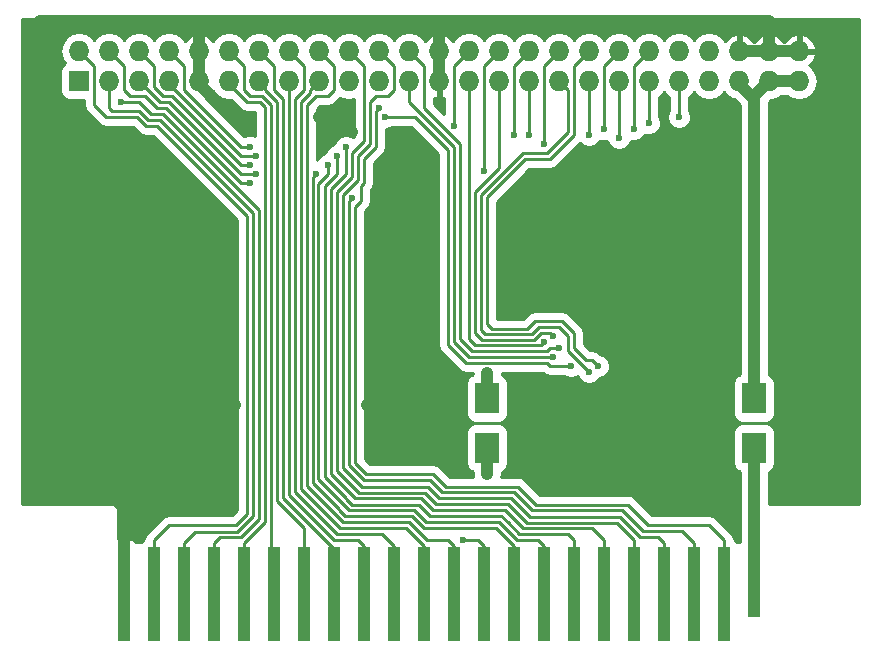
<source format=gbr>
G04 #@! TF.FileFunction,Copper,L1,Top,Signal*
%FSLAX46Y46*%
G04 Gerber Fmt 4.6, Leading zero omitted, Abs format (unit mm)*
G04 Created by KiCad (PCBNEW 4.0.7) date 05/21/18 15:56:52*
%MOMM*%
%LPD*%
G01*
G04 APERTURE LIST*
%ADD10C,0.100000*%
%ADD11R,2.030000X2.650000*%
%ADD12R,1.000000X6.000000*%
%ADD13R,1.000000X8.000000*%
%ADD14R,1.727200X1.727200*%
%ADD15O,1.727200X1.727200*%
%ADD16C,0.600000*%
%ADD17C,0.800000*%
%ADD18C,0.250000*%
%ADD19C,1.000000*%
%ADD20C,0.254000*%
G04 APERTURE END LIST*
D10*
D11*
X168148000Y-123894000D03*
X168148000Y-128074000D03*
X145542000Y-128074000D03*
X145542000Y-123894000D03*
D12*
X168148000Y-139446000D03*
D13*
X165608000Y-140462000D03*
X163068000Y-140462000D03*
X160528000Y-140462000D03*
X157988000Y-140462000D03*
X155448000Y-140462000D03*
X152908000Y-140462000D03*
X150368000Y-140462000D03*
X147828000Y-140462000D03*
X145288000Y-140462000D03*
X142748000Y-140462000D03*
X140208000Y-140462000D03*
X137668000Y-140462000D03*
X135128000Y-140462000D03*
X132588000Y-140462000D03*
X130048000Y-140462000D03*
X127508000Y-140462000D03*
X124968000Y-140462000D03*
X122428000Y-140462000D03*
X119888000Y-140462000D03*
X117348000Y-140462000D03*
X114808000Y-140462000D03*
D14*
X110998000Y-97028000D03*
D15*
X110998000Y-94488000D03*
X113538000Y-97028000D03*
X113538000Y-94488000D03*
X116078000Y-97028000D03*
X116078000Y-94488000D03*
X118618000Y-97028000D03*
X118618000Y-94488000D03*
X121158000Y-97028000D03*
X121158000Y-94488000D03*
X123698000Y-97028000D03*
X123698000Y-94488000D03*
X126238000Y-97028000D03*
X126238000Y-94488000D03*
X128778000Y-97028000D03*
X128778000Y-94488000D03*
X131318000Y-97028000D03*
X131318000Y-94488000D03*
X133858000Y-97028000D03*
X133858000Y-94488000D03*
X136398000Y-97028000D03*
X136398000Y-94488000D03*
X138938000Y-97028000D03*
X138938000Y-94488000D03*
X141478000Y-97028000D03*
X141478000Y-94488000D03*
X144018000Y-97028000D03*
X144018000Y-94488000D03*
X146558000Y-97028000D03*
X146558000Y-94488000D03*
X149098000Y-97028000D03*
X149098000Y-94488000D03*
X151638000Y-97028000D03*
X151638000Y-94488000D03*
X154178000Y-97028000D03*
X154178000Y-94488000D03*
X156718000Y-97028000D03*
X156718000Y-94488000D03*
X159258000Y-97028000D03*
X159258000Y-94488000D03*
X161798000Y-97028000D03*
X161798000Y-94488000D03*
X164338000Y-97028000D03*
X164338000Y-94488000D03*
X166878000Y-97028000D03*
X166878000Y-94488000D03*
X169418000Y-97028000D03*
X169418000Y-94488000D03*
X171958000Y-97028000D03*
X171958000Y-94488000D03*
D16*
X114554000Y-98806000D03*
X131064000Y-104902000D03*
X125984000Y-104902000D03*
X132080000Y-104140000D03*
X125476000Y-104140000D03*
X132842000Y-103378000D03*
X125984000Y-103378000D03*
X133604000Y-102616000D03*
X125476000Y-102616000D03*
X134112000Y-101346000D03*
X131318000Y-100076000D03*
X123698000Y-99822000D03*
X149860000Y-130810000D03*
X155194000Y-130810000D03*
X138430000Y-102108000D03*
X135382000Y-124460000D03*
X124206000Y-124460000D03*
D17*
X114046000Y-132080000D03*
D16*
X136906000Y-100076000D03*
X152654000Y-121158000D03*
X136398000Y-99314000D03*
X151130000Y-120396000D03*
X151638000Y-119634000D03*
X150368000Y-119126000D03*
X142748000Y-100838000D03*
X151130000Y-118618000D03*
X145288000Y-104648000D03*
X149098000Y-101600000D03*
X147828000Y-101600000D03*
X154178000Y-121666000D03*
X150368000Y-102362000D03*
X154178000Y-101600000D03*
X154940000Y-121158000D03*
X156718000Y-101854000D03*
X155448000Y-101092000D03*
X159258000Y-100584000D03*
X157988000Y-101092000D03*
X143510000Y-135890000D03*
X161798000Y-100076000D03*
D17*
X145542000Y-121729002D03*
X168148000Y-132080000D03*
X145542000Y-130302000D03*
D16*
X125476000Y-105664000D03*
X134112000Y-106934000D03*
D18*
X124968000Y-106680000D02*
X126238000Y-107950000D01*
X126238000Y-107950000D02*
X126238000Y-109220000D01*
X124714000Y-106426000D02*
X124968000Y-106680000D01*
X122428000Y-140462000D02*
X122428000Y-136144000D01*
X124714000Y-135636000D02*
X126238000Y-134112000D01*
X126238000Y-134112000D02*
X126238000Y-109220000D01*
X123190000Y-135636000D02*
X124714000Y-135636000D01*
X122936000Y-135636000D02*
X123190000Y-135636000D01*
X122428000Y-136144000D02*
X122936000Y-135636000D01*
X120142000Y-101854000D02*
X118110000Y-99822000D01*
X118110000Y-99822000D02*
X117094000Y-99822000D01*
X124714000Y-106426000D02*
X120142000Y-101854000D01*
X116078000Y-98806000D02*
X114554000Y-98806000D01*
X117094000Y-99822000D02*
X116078000Y-98806000D01*
X124333000Y-107569000D02*
X125222000Y-108458000D01*
X125222000Y-108458000D02*
X125222000Y-109220000D01*
X124206000Y-107442000D02*
X124333000Y-107569000D01*
X116840000Y-100838000D02*
X116643998Y-100838000D01*
X116643998Y-100838000D02*
X115881998Y-100076000D01*
X115881998Y-100076000D02*
X113284000Y-100076000D01*
X113284000Y-100076000D02*
X112268000Y-99060000D01*
X112268000Y-99060000D02*
X112268000Y-95758000D01*
X112268000Y-95758000D02*
X110998000Y-94488000D01*
X117602000Y-100838000D02*
X116840000Y-100838000D01*
X124206000Y-107442000D02*
X117602000Y-100838000D01*
X117348000Y-135890000D02*
X118618000Y-134620000D01*
X125222000Y-108654002D02*
X125222000Y-108654002D01*
X125222000Y-133661998D02*
X125222000Y-109220000D01*
X125222000Y-109220000D02*
X125222000Y-108654002D01*
X124263998Y-134620000D02*
X125222000Y-133661998D01*
X118618000Y-134620000D02*
X124263998Y-134620000D01*
X117348000Y-140462000D02*
X117348000Y-135890000D01*
X124460000Y-106934000D02*
X125730000Y-108204000D01*
X124460000Y-106934000D02*
X117856000Y-100330000D01*
X117856000Y-100330000D02*
X117602000Y-100330000D01*
X125730000Y-108458000D02*
X125730000Y-108204000D01*
X119888000Y-136144000D02*
X120846002Y-135185998D01*
X125730000Y-133858000D02*
X125730000Y-108458000D01*
X124402002Y-135185998D02*
X125730000Y-133858000D01*
X120846002Y-135185998D02*
X124402002Y-135185998D01*
X119888000Y-140462000D02*
X119888000Y-136144000D01*
X116840000Y-100330000D02*
X116078000Y-99568000D01*
X116078000Y-99568000D02*
X113792000Y-99568000D01*
X113792000Y-99568000D02*
X113538000Y-99314000D01*
X117602000Y-100330000D02*
X116840000Y-100330000D01*
X113538000Y-99314000D02*
X113538000Y-97028000D01*
X133038002Y-133350000D02*
X133038002Y-133292002D01*
X133038002Y-133292002D02*
X130810000Y-131064000D01*
X146812000Y-135382000D02*
X146304000Y-134874000D01*
X146304000Y-134874000D02*
X140208000Y-134874000D01*
X120650000Y-100838000D02*
X118618000Y-98806000D01*
X118618000Y-98806000D02*
X117856000Y-98806000D01*
X120904000Y-101092000D02*
X120650000Y-100838000D01*
X124968000Y-104902000D02*
X124714000Y-104902000D01*
X124714000Y-104902000D02*
X120904000Y-101092000D01*
X124996999Y-104902000D02*
X124968000Y-104902000D01*
X125984000Y-104902000D02*
X124996999Y-104902000D01*
X117856000Y-98806000D02*
X116078000Y-97028000D01*
X130810000Y-119380000D02*
X130810000Y-131064000D01*
X139192000Y-133858000D02*
X140208000Y-134874000D01*
X133546002Y-133858000D02*
X139192000Y-133858000D01*
X133038002Y-133350000D02*
X133546002Y-133858000D01*
X130810000Y-105156000D02*
X131064000Y-104902000D01*
X130810000Y-119380000D02*
X130810000Y-105156000D01*
X147828000Y-140462000D02*
X147828000Y-136398000D01*
X147828000Y-136398000D02*
X146812000Y-135382000D01*
X133350000Y-132842000D02*
X131260002Y-130752002D01*
X147066000Y-134874000D02*
X146558000Y-134366000D01*
X146558000Y-134366000D02*
X140404002Y-134366000D01*
X120904000Y-100330000D02*
X118872000Y-98298000D01*
X118872000Y-98298000D02*
X118618000Y-98298000D01*
X124968000Y-104140000D02*
X124714000Y-104140000D01*
X124714000Y-104140000D02*
X120904000Y-100330000D01*
X125476000Y-104140000D02*
X124968000Y-104140000D01*
X118618000Y-98298000D02*
X118110000Y-98298000D01*
X117348000Y-97536000D02*
X117348000Y-95758000D01*
X118110000Y-98298000D02*
X117348000Y-97536000D01*
X117348000Y-95758000D02*
X116078000Y-94488000D01*
X131260002Y-118814002D02*
X131260002Y-130752002D01*
X139388002Y-133350000D02*
X140404002Y-134366000D01*
X133858000Y-133350000D02*
X139388002Y-133350000D01*
X133350000Y-132842000D02*
X133858000Y-133350000D01*
X132080000Y-104902000D02*
X132080000Y-104140000D01*
X131260002Y-105721998D02*
X132080000Y-104902000D01*
X131260002Y-118814002D02*
X131260002Y-105721998D01*
X147066000Y-134874000D02*
X148082000Y-135890000D01*
X149860000Y-135890000D02*
X150368000Y-136398000D01*
X148082000Y-135890000D02*
X149860000Y-135890000D01*
X150368000Y-140462000D02*
X150368000Y-136398000D01*
X133604000Y-132391998D02*
X133604000Y-132334000D01*
X133604000Y-132334000D02*
X131826000Y-130556000D01*
X147291001Y-134394999D02*
X146754002Y-133858000D01*
X146754002Y-133858000D02*
X140716000Y-133858000D01*
X119634000Y-98298000D02*
X118618000Y-97282000D01*
X121158000Y-99822000D02*
X119634000Y-98298000D01*
X124996999Y-103378000D02*
X124714000Y-103378000D01*
X124714000Y-103378000D02*
X121158000Y-99822000D01*
X125984000Y-103378000D02*
X124996999Y-103378000D01*
X131826000Y-118364000D02*
X131826000Y-130556000D01*
X139757998Y-132899998D02*
X140716000Y-133858000D01*
X134112000Y-132899998D02*
X139757998Y-132899998D01*
X133604000Y-132391998D02*
X134112000Y-132899998D01*
X132842000Y-104902000D02*
X132842000Y-103378000D01*
X131826000Y-105918000D02*
X132842000Y-104902000D01*
X131826000Y-118364000D02*
X131826000Y-105918000D01*
X118618000Y-97282000D02*
X118618000Y-97028000D01*
X152400000Y-135382000D02*
X152908000Y-135890000D01*
X148278002Y-135382000D02*
X152400000Y-135382000D01*
X147291001Y-134394999D02*
X148278002Y-135382000D01*
X152908000Y-140462000D02*
X152908000Y-135890000D01*
X133858000Y-131826000D02*
X132334000Y-130302000D01*
X119888000Y-97790000D02*
X121412000Y-99314000D01*
X121666000Y-99568000D02*
X121412000Y-99314000D01*
X124968000Y-102616000D02*
X124714000Y-102616000D01*
X124714000Y-102616000D02*
X121666000Y-99568000D01*
X125476000Y-102616000D02*
X124968000Y-102616000D01*
X132334000Y-117602000D02*
X132334000Y-130302000D01*
X154432000Y-134874000D02*
X155448000Y-135890000D01*
X148590000Y-134874000D02*
X154432000Y-134874000D01*
X147066000Y-133350000D02*
X148590000Y-134874000D01*
X140970000Y-133350000D02*
X147066000Y-133350000D01*
X139954000Y-132334000D02*
X140970000Y-133350000D01*
X134366000Y-132334000D02*
X139954000Y-132334000D01*
X133858000Y-131826000D02*
X134366000Y-132334000D01*
X133604000Y-104902000D02*
X133604000Y-102616000D01*
X132334000Y-106172000D02*
X133604000Y-104902000D01*
X132334000Y-117602000D02*
X132334000Y-106172000D01*
X155448000Y-140462000D02*
X155448000Y-135890000D01*
X119888000Y-95758000D02*
X118618000Y-94488000D01*
X119888000Y-97790000D02*
X119888000Y-95758000D01*
D19*
X171958000Y-97028000D02*
X169418000Y-97028000D01*
X166878000Y-97028000D02*
X166878000Y-97282000D01*
X166878000Y-97282000D02*
X168148000Y-98552000D01*
X168148000Y-123894000D02*
X168148000Y-98552000D01*
X168148000Y-98552000D02*
X168148000Y-98298000D01*
X168148000Y-98298000D02*
X169418000Y-97028000D01*
X121158000Y-97028000D02*
X121158000Y-97282000D01*
X121158000Y-97282000D02*
X123698000Y-99822000D01*
X132842000Y-100076000D02*
X134112000Y-101346000D01*
X131318000Y-100076000D02*
X132842000Y-100076000D01*
X155194000Y-130810000D02*
X149860000Y-130810000D01*
X106680000Y-124460000D02*
X124206000Y-124460000D01*
X136398000Y-104140000D02*
X138430000Y-102108000D01*
X136398000Y-123444000D02*
X136398000Y-104140000D01*
X135382000Y-124460000D02*
X136398000Y-123444000D01*
X114808000Y-140462000D02*
X114808000Y-132842000D01*
X114808000Y-132842000D02*
X114046000Y-132080000D01*
X107442000Y-132080000D02*
X106680000Y-131318000D01*
X121158000Y-97028000D02*
X121158000Y-94488000D01*
X121158000Y-94488000D02*
X121158000Y-91948000D01*
X169418000Y-94488000D02*
X169418000Y-91948000D01*
X171958000Y-94488000D02*
X169418000Y-94488000D01*
X169418000Y-94488000D02*
X166878000Y-94488000D01*
X141478000Y-97028000D02*
X141478000Y-94488000D01*
X141478000Y-94488000D02*
X141478000Y-91948000D01*
X107696000Y-91948000D02*
X121158000Y-91948000D01*
X121158000Y-91948000D02*
X141478000Y-91948000D01*
X141478000Y-91948000D02*
X169418000Y-91948000D01*
X106680000Y-92964000D02*
X107696000Y-91948000D01*
X106680000Y-131318000D02*
X106680000Y-124460000D01*
X106680000Y-124460000D02*
X106680000Y-92964000D01*
X114046000Y-132080000D02*
X107442000Y-132080000D01*
X114808000Y-132842000D02*
X114046000Y-132080000D01*
D18*
X126746000Y-122428000D02*
X126746000Y-134366000D01*
X124968000Y-136144000D02*
X124968000Y-140462000D01*
X126746000Y-134366000D02*
X124968000Y-136144000D01*
X125222000Y-98806000D02*
X123698000Y-97282000D01*
X126295998Y-98806000D02*
X125222000Y-98806000D01*
X126746000Y-99256002D02*
X126295998Y-98806000D01*
X126746000Y-122428000D02*
X126746000Y-99256002D01*
X123698000Y-97282000D02*
X123698000Y-97028000D01*
X127254000Y-123190000D02*
X127254000Y-140208000D01*
X127254000Y-140208000D02*
X127508000Y-140462000D01*
X127254000Y-123190000D02*
X127254000Y-99060000D01*
X125476000Y-98298000D02*
X124968000Y-97790000D01*
X126492000Y-98298000D02*
X125476000Y-98298000D01*
X127254000Y-99060000D02*
X126492000Y-98298000D01*
X124968000Y-95758000D02*
X123698000Y-94488000D01*
X124968000Y-97790000D02*
X124968000Y-95758000D01*
X130048000Y-136398000D02*
X130048000Y-134874000D01*
X130048000Y-134874000D02*
X127762000Y-132588000D01*
X127762000Y-122682000D02*
X127762000Y-132588000D01*
X127762000Y-98806000D02*
X126746000Y-97790000D01*
X126746000Y-97790000D02*
X126746000Y-97536000D01*
X127762000Y-122682000D02*
X127762000Y-98806000D01*
X130048000Y-136398000D02*
X130048000Y-140462000D01*
X126746000Y-97536000D02*
X126238000Y-97028000D01*
X131826000Y-135890000D02*
X128270000Y-132334000D01*
X128270000Y-122174000D02*
X128270000Y-132334000D01*
X131826000Y-135890000D02*
X132588000Y-136652000D01*
X132588000Y-136652000D02*
X132588000Y-140462000D01*
X128270000Y-122174000D02*
X128270000Y-98552000D01*
X128270000Y-98552000D02*
X127508000Y-97790000D01*
X127508000Y-95758000D02*
X126238000Y-94488000D01*
X127508000Y-97790000D02*
X127508000Y-95758000D01*
X132080000Y-135383398D02*
X132080000Y-135382000D01*
X132080000Y-135382000D02*
X128778000Y-132080000D01*
X132080000Y-135383398D02*
X132081398Y-135383398D01*
X128778000Y-121666000D02*
X128778000Y-132080000D01*
X134620000Y-135890000D02*
X135128000Y-136398000D01*
X132588000Y-135890000D02*
X134620000Y-135890000D01*
X132081398Y-135383398D02*
X132588000Y-135890000D01*
X135128000Y-140462000D02*
X135128000Y-136398000D01*
X128778000Y-121666000D02*
X128778000Y-97028000D01*
X132334000Y-134874000D02*
X129286000Y-131826000D01*
X129286000Y-121158000D02*
X129286000Y-131826000D01*
X136652000Y-135382000D02*
X137668000Y-136398000D01*
X132842000Y-135382000D02*
X136652000Y-135382000D01*
X132334000Y-134874000D02*
X132842000Y-135382000D01*
X129286000Y-98552000D02*
X130048000Y-97790000D01*
X129286000Y-121158000D02*
X129286000Y-98552000D01*
X137668000Y-140462000D02*
X137668000Y-136398000D01*
X130048000Y-95758000D02*
X128778000Y-94488000D01*
X130048000Y-97790000D02*
X130048000Y-95758000D01*
X132588000Y-134366000D02*
X129794000Y-131572000D01*
X129794000Y-120650000D02*
X129794000Y-131572000D01*
X138684000Y-134874000D02*
X140208000Y-136398000D01*
X133096000Y-134874000D02*
X138684000Y-134874000D01*
X132588000Y-134366000D02*
X133096000Y-134874000D01*
X130556000Y-97790000D02*
X131318000Y-97028000D01*
X130556000Y-98044000D02*
X130556000Y-97790000D01*
X129794000Y-98806000D02*
X130556000Y-98044000D01*
X129794000Y-120650000D02*
X129794000Y-98806000D01*
X140208000Y-140462000D02*
X140208000Y-136398000D01*
X130302000Y-130302000D02*
X130302000Y-131318000D01*
X130302000Y-131318000D02*
X131318000Y-132334000D01*
X132842000Y-133858000D02*
X131318000Y-132334000D01*
X131318000Y-132334000D02*
X130302000Y-131318000D01*
X130302000Y-119888000D02*
X130302000Y-130302000D01*
X132080000Y-98298000D02*
X132588000Y-97790000D01*
X131064000Y-98298000D02*
X132080000Y-98298000D01*
X130302000Y-99060000D02*
X131064000Y-98298000D01*
X130302000Y-119888000D02*
X130302000Y-99060000D01*
X132588000Y-95758000D02*
X131318000Y-94488000D01*
X132588000Y-97790000D02*
X132588000Y-95758000D01*
X142240000Y-135890000D02*
X142748000Y-136398000D01*
X140462000Y-135890000D02*
X142240000Y-135890000D01*
X138938000Y-134366000D02*
X140462000Y-135890000D01*
X133350000Y-134366000D02*
X138938000Y-134366000D01*
X132842000Y-133858000D02*
X133350000Y-134366000D01*
X142748000Y-140462000D02*
X142748000Y-136398000D01*
X143764000Y-120904000D02*
X142240000Y-119380000D01*
X139446000Y-100076000D02*
X136906000Y-100076000D01*
X142240000Y-102870000D02*
X139446000Y-100076000D01*
X142240000Y-119380000D02*
X142240000Y-102870000D01*
X152654000Y-121158000D02*
X150876000Y-121158000D01*
X150876000Y-121158000D02*
X150622000Y-120904000D01*
X150622000Y-120904000D02*
X143764000Y-120904000D01*
X152654000Y-121158000D02*
X152654000Y-121158000D01*
X134112000Y-131318000D02*
X132842000Y-130048000D01*
X134112000Y-105156000D02*
X134112000Y-103124000D01*
X134112000Y-103124000D02*
X135128000Y-102108000D01*
X157988000Y-140462000D02*
X157988000Y-135890000D01*
X135128000Y-95758000D02*
X133858000Y-94488000D01*
X135128000Y-102108000D02*
X135128000Y-95758000D01*
X132842000Y-106426000D02*
X134112000Y-105156000D01*
X132842000Y-130048000D02*
X132842000Y-106426000D01*
X134677998Y-131883998D02*
X134112000Y-131318000D01*
X140265998Y-131883998D02*
X134677998Y-131883998D01*
X141224000Y-132842000D02*
X140265998Y-131883998D01*
X147320000Y-132842000D02*
X141224000Y-132842000D01*
X148901998Y-134423998D02*
X147320000Y-132842000D01*
X156521998Y-134423998D02*
X148901998Y-134423998D01*
X157988000Y-135890000D02*
X156521998Y-134423998D01*
X157480000Y-132899998D02*
X159200002Y-134620000D01*
X164338000Y-134620000D02*
X165608000Y-135890000D01*
X159200002Y-134620000D02*
X164338000Y-134620000D01*
X136144000Y-102616000D02*
X136144000Y-99568000D01*
X136144000Y-99568000D02*
X136398000Y-99314000D01*
X135128000Y-105664000D02*
X135128000Y-103632000D01*
X135128000Y-103632000D02*
X136144000Y-102616000D01*
X165608000Y-140462000D02*
X165608000Y-135890000D01*
X134874000Y-105918000D02*
X135128000Y-105664000D01*
X134874000Y-107188000D02*
X134874000Y-105918000D01*
X134366000Y-107696000D02*
X134874000Y-107188000D01*
X134366000Y-129343998D02*
X134366000Y-107696000D01*
X135324002Y-130302000D02*
X134366000Y-129343998D01*
X140970000Y-130302000D02*
X135324002Y-130302000D01*
X142043998Y-131375998D02*
X140970000Y-130302000D01*
X148139998Y-131375998D02*
X142043998Y-131375998D01*
X149663998Y-132899998D02*
X148139998Y-131375998D01*
X157480000Y-132899998D02*
X149663998Y-132899998D01*
X134366000Y-130810000D02*
X133350000Y-129794000D01*
X157226000Y-134366000D02*
X156833996Y-133973996D01*
X156833996Y-133973996D02*
X155956000Y-133973996D01*
X160020000Y-135636000D02*
X160528000Y-136144000D01*
X158496000Y-135636000D02*
X160020000Y-135636000D01*
X157226000Y-134366000D02*
X158496000Y-135636000D01*
X134620000Y-105410000D02*
X134620000Y-103378000D01*
X134620000Y-103378000D02*
X135636000Y-102362000D01*
X135636000Y-102362000D02*
X135636000Y-98806000D01*
X137160000Y-98298000D02*
X137668000Y-97790000D01*
X136144000Y-98298000D02*
X137160000Y-98298000D01*
X135636000Y-98806000D02*
X136144000Y-98298000D01*
X160528000Y-140462000D02*
X160528000Y-136144000D01*
X137668000Y-95758000D02*
X136398000Y-94488000D01*
X137668000Y-97790000D02*
X137668000Y-95758000D01*
X133350000Y-106680000D02*
X134620000Y-105410000D01*
X133350000Y-129794000D02*
X133350000Y-106680000D01*
X134936801Y-131380801D02*
X134366000Y-130810000D01*
X140524801Y-131380801D02*
X134936801Y-131380801D01*
X141478000Y-132334000D02*
X140524801Y-131380801D01*
X147574000Y-132334000D02*
X141478000Y-132334000D01*
X149213996Y-133973996D02*
X147574000Y-132334000D01*
X155956000Y-133973996D02*
X149213996Y-133973996D01*
X144018000Y-120396000D02*
X142748000Y-119126000D01*
X138938000Y-98806000D02*
X138938000Y-97028000D01*
X142748000Y-102616000D02*
X138938000Y-98806000D01*
X142748000Y-119126000D02*
X142748000Y-102616000D01*
X151130000Y-120396000D02*
X144018000Y-120396000D01*
X144272000Y-119888000D02*
X143256000Y-118872000D01*
X140208000Y-99314000D02*
X140208000Y-97536000D01*
X143256000Y-102362000D02*
X140208000Y-99314000D01*
X143256000Y-102616000D02*
X143256000Y-102362000D01*
X143256000Y-118872000D02*
X143256000Y-102616000D01*
X151130000Y-119634000D02*
X150876000Y-119634000D01*
X150876000Y-119634000D02*
X150622000Y-119888000D01*
X151638000Y-119634000D02*
X151384000Y-119634000D01*
X150622000Y-119888000D02*
X144272000Y-119888000D01*
X151384000Y-119634000D02*
X151130000Y-119634000D01*
X140208000Y-95758000D02*
X138938000Y-94488000D01*
X140208000Y-97536000D02*
X140208000Y-95758000D01*
X150368000Y-119126000D02*
X150114000Y-119380000D01*
X144018000Y-118872000D02*
X144018000Y-117856000D01*
X144526000Y-119380000D02*
X144018000Y-118872000D01*
X150114000Y-119380000D02*
X144526000Y-119380000D01*
X144018000Y-117856000D02*
X144018000Y-97028000D01*
X142748000Y-95758000D02*
X144018000Y-94488000D01*
X142748000Y-100838000D02*
X142748000Y-95758000D01*
X150876000Y-118364000D02*
X150622000Y-118364000D01*
X151130000Y-118618000D02*
X150876000Y-118364000D01*
X144526000Y-117856000D02*
X144526000Y-118364000D01*
X149548002Y-118929998D02*
X150114000Y-118364000D01*
X145091998Y-118929998D02*
X149548002Y-118929998D01*
X144526000Y-118364000D02*
X145091998Y-118929998D01*
X150622000Y-118364000D02*
X150114000Y-118364000D01*
X146558000Y-104394000D02*
X144526000Y-106426000D01*
X146558000Y-104394000D02*
X146558000Y-97028000D01*
X144526000Y-117856000D02*
X144526000Y-106426000D01*
X145288000Y-104648000D02*
X145288000Y-103632000D01*
X145288000Y-95758000D02*
X146558000Y-94488000D01*
X145288000Y-103632000D02*
X145288000Y-95758000D01*
X149098000Y-101600000D02*
X149098000Y-97028000D01*
X147828000Y-95758000D02*
X149098000Y-94488000D01*
X147828000Y-101600000D02*
X147828000Y-95758000D01*
X154178000Y-121666000D02*
X153670000Y-121158000D01*
X152400000Y-118618000D02*
X151638000Y-117856000D01*
X152400000Y-101346000D02*
X152400000Y-97790000D01*
X152400000Y-97790000D02*
X151638000Y-97028000D01*
X152400000Y-119888000D02*
X153670000Y-121158000D01*
X152400000Y-118618000D02*
X152400000Y-119888000D01*
X151638000Y-117856000D02*
X149975996Y-117856000D01*
X149975996Y-117856000D02*
X149352000Y-118479996D01*
X149352000Y-118479996D02*
X145403996Y-118479996D01*
X145403996Y-118479996D02*
X145034000Y-118110000D01*
X145034000Y-118110000D02*
X145034000Y-106680000D01*
X145034000Y-106680000D02*
X148590000Y-103124000D01*
X148590000Y-103124000D02*
X150622000Y-103124000D01*
X150622000Y-103124000D02*
X152400000Y-101346000D01*
X150368000Y-95758000D02*
X151638000Y-94488000D01*
X150368000Y-102362000D02*
X150368000Y-95758000D01*
X154178000Y-101600000D02*
X154178000Y-97028000D01*
X154940000Y-121158000D02*
X154432000Y-120650000D01*
X152908000Y-118364000D02*
X151892000Y-117348000D01*
X150876000Y-103632000D02*
X152908000Y-101600000D01*
X148786002Y-103632000D02*
X150876000Y-103632000D01*
X145542000Y-106876002D02*
X148786002Y-103632000D01*
X145542000Y-117602000D02*
X145542000Y-106876002D01*
X145969994Y-118029994D02*
X145542000Y-117602000D01*
X148924006Y-118029994D02*
X145969994Y-118029994D01*
X149606000Y-117348000D02*
X148924006Y-118029994D01*
X149860000Y-117348000D02*
X149606000Y-117348000D01*
X151892000Y-117348000D02*
X149860000Y-117348000D01*
X152908000Y-118364000D02*
X152908000Y-119634000D01*
X153924000Y-120650000D02*
X154432000Y-120650000D01*
X152908000Y-119634000D02*
X153924000Y-120650000D01*
X152908000Y-95758000D02*
X154178000Y-94488000D01*
X152908000Y-101600000D02*
X152908000Y-95758000D01*
X156718000Y-101854000D02*
X156718000Y-97028000D01*
X155448000Y-95758000D02*
X156718000Y-94488000D01*
X155448000Y-101092000D02*
X155448000Y-95758000D01*
X159258000Y-100584000D02*
X159258000Y-97028000D01*
X145288000Y-140462000D02*
X145288000Y-136398000D01*
X157988000Y-95758000D02*
X159258000Y-94488000D01*
X157988000Y-101092000D02*
X157988000Y-95758000D01*
X144780000Y-135890000D02*
X143510000Y-135890000D01*
X145288000Y-136398000D02*
X144780000Y-135890000D01*
X161798000Y-100076000D02*
X161798000Y-97028000D01*
D19*
X145542000Y-123894000D02*
X145542000Y-121729002D01*
X168148000Y-139446000D02*
X168148000Y-132080000D01*
X168148000Y-132080000D02*
X168148000Y-128074000D01*
X145542000Y-130302000D02*
X145542000Y-128074000D01*
D18*
X124714000Y-105664000D02*
X124460000Y-105410000D01*
X125476000Y-105664000D02*
X124714000Y-105664000D01*
X156972000Y-133350000D02*
X158750000Y-135128000D01*
X162052000Y-135128000D02*
X163068000Y-136144000D01*
X158750000Y-135128000D02*
X162052000Y-135128000D01*
X120396000Y-101346000D02*
X118364000Y-99314000D01*
X118364000Y-99314000D02*
X117602000Y-99314000D01*
X120650000Y-101600000D02*
X120396000Y-101346000D01*
X124460000Y-105410000D02*
X120650000Y-101600000D01*
X163068000Y-140462000D02*
X163068000Y-136144000D01*
X114808000Y-95758000D02*
X113538000Y-94488000D01*
X114808000Y-97790000D02*
X114808000Y-95758000D01*
X115316000Y-98298000D02*
X114808000Y-97790000D01*
X116586000Y-98298000D02*
X115316000Y-98298000D01*
X117602000Y-99314000D02*
X116586000Y-98298000D01*
X133858000Y-107188000D02*
X134112000Y-106934000D01*
X133858000Y-129540000D02*
X133858000Y-107188000D01*
X135128000Y-130810000D02*
X133858000Y-129540000D01*
X140716000Y-130810000D02*
X135128000Y-130810000D01*
X141732000Y-131826000D02*
X140716000Y-130810000D01*
X147828000Y-131826000D02*
X141732000Y-131826000D01*
X149352000Y-133350000D02*
X147828000Y-131826000D01*
X156972000Y-133350000D02*
X149352000Y-133350000D01*
D20*
G36*
X176998000Y-132802000D02*
X169418000Y-132802000D01*
X169375000Y-132810553D01*
X169375000Y-130100351D01*
X169432410Y-130089549D01*
X169679846Y-129930328D01*
X169845843Y-129687385D01*
X169904242Y-129399000D01*
X169904242Y-126749000D01*
X169853549Y-126479590D01*
X169694328Y-126232154D01*
X169451385Y-126066157D01*
X169163000Y-126007758D01*
X167133000Y-126007758D01*
X166863590Y-126058451D01*
X166616154Y-126217672D01*
X166450157Y-126460615D01*
X166391758Y-126749000D01*
X166391758Y-129399000D01*
X166442451Y-129668410D01*
X166601672Y-129915846D01*
X166844615Y-130081843D01*
X166921000Y-130097311D01*
X166921000Y-136017000D01*
X166685560Y-136017000D01*
X166639328Y-135945154D01*
X166444490Y-135812026D01*
X166395145Y-135563954D01*
X166210455Y-135287545D01*
X164940455Y-134017545D01*
X164664046Y-133832855D01*
X164338000Y-133768000D01*
X159552912Y-133768000D01*
X158082455Y-132297543D01*
X157806046Y-132112853D01*
X157480000Y-132047998D01*
X150016908Y-132047998D01*
X148742453Y-130773543D01*
X148466044Y-130588853D01*
X148139998Y-130523998D01*
X146724842Y-130523998D01*
X146769000Y-130302000D01*
X146769000Y-130100351D01*
X146826410Y-130089549D01*
X147073846Y-129930328D01*
X147239843Y-129687385D01*
X147298242Y-129399000D01*
X147298242Y-126749000D01*
X147247549Y-126479590D01*
X147088328Y-126232154D01*
X146845385Y-126066157D01*
X146557000Y-126007758D01*
X144527000Y-126007758D01*
X144257590Y-126058451D01*
X144010154Y-126217672D01*
X143844157Y-126460615D01*
X143785758Y-126749000D01*
X143785758Y-129399000D01*
X143836451Y-129668410D01*
X143995672Y-129915846D01*
X144238615Y-130081843D01*
X144315000Y-130097311D01*
X144315000Y-130302000D01*
X144359158Y-130523998D01*
X142396908Y-130523998D01*
X141572455Y-129699545D01*
X141296046Y-129514855D01*
X140970000Y-129450000D01*
X135676912Y-129450000D01*
X135218000Y-128991088D01*
X135218000Y-108048910D01*
X135476455Y-107790455D01*
X135661145Y-107514047D01*
X135726000Y-107188000D01*
X135726000Y-106270910D01*
X135730455Y-106266455D01*
X135915145Y-105990046D01*
X135980000Y-105664000D01*
X135980000Y-103984910D01*
X136746455Y-103218455D01*
X136931145Y-102942046D01*
X136996000Y-102616000D01*
X136996000Y-101103079D01*
X137109387Y-101103178D01*
X137486989Y-100947156D01*
X137506178Y-100928000D01*
X139093090Y-100928000D01*
X141388000Y-103222910D01*
X141388000Y-119380000D01*
X141452855Y-119706046D01*
X141637545Y-119982455D01*
X143161545Y-121506455D01*
X143437953Y-121691145D01*
X143764000Y-121756000D01*
X144315000Y-121756000D01*
X144315000Y-121867649D01*
X144257590Y-121878451D01*
X144010154Y-122037672D01*
X143844157Y-122280615D01*
X143785758Y-122569000D01*
X143785758Y-125219000D01*
X143836451Y-125488410D01*
X143995672Y-125735846D01*
X144238615Y-125901843D01*
X144527000Y-125960242D01*
X146557000Y-125960242D01*
X146826410Y-125909549D01*
X147073846Y-125750328D01*
X147239843Y-125507385D01*
X147298242Y-125219000D01*
X147298242Y-122569000D01*
X147247549Y-122299590D01*
X147088328Y-122052154D01*
X146845385Y-121886157D01*
X146769000Y-121870689D01*
X146769000Y-121756000D01*
X150269090Y-121756000D01*
X150273545Y-121760455D01*
X150549954Y-121945145D01*
X150876000Y-122010000D01*
X152053384Y-122010000D01*
X152071492Y-122028140D01*
X152448821Y-122184821D01*
X152857387Y-122185178D01*
X153219484Y-122035562D01*
X153306844Y-122246989D01*
X153595492Y-122536140D01*
X153972821Y-122692821D01*
X154381387Y-122693178D01*
X154758989Y-122537156D01*
X155048140Y-122248508D01*
X155074462Y-122185118D01*
X155143387Y-122185178D01*
X155520989Y-122029156D01*
X155810140Y-121740508D01*
X155966821Y-121363179D01*
X155967178Y-120954613D01*
X155811156Y-120577011D01*
X155522508Y-120287860D01*
X155145179Y-120131179D01*
X155118065Y-120131155D01*
X155034455Y-120047545D01*
X154758046Y-119862855D01*
X154432000Y-119798000D01*
X154276910Y-119798000D01*
X153760000Y-119281090D01*
X153760000Y-118364000D01*
X153695145Y-118037954D01*
X153510455Y-117761545D01*
X152494455Y-116745545D01*
X152218046Y-116560855D01*
X151892000Y-116496000D01*
X149606000Y-116496000D01*
X149279954Y-116560855D01*
X149003545Y-116745545D01*
X148571096Y-117177994D01*
X146394000Y-117177994D01*
X146394000Y-107228912D01*
X149138912Y-104484000D01*
X150876000Y-104484000D01*
X151202046Y-104419145D01*
X151478455Y-104234455D01*
X153419285Y-102293625D01*
X153595492Y-102470140D01*
X153972821Y-102626821D01*
X154381387Y-102627178D01*
X154758989Y-102471156D01*
X155048140Y-102182508D01*
X155099327Y-102059237D01*
X155242821Y-102118821D01*
X155651387Y-102119178D01*
X155706879Y-102096249D01*
X155846844Y-102434989D01*
X156135492Y-102724140D01*
X156512821Y-102880821D01*
X156921387Y-102881178D01*
X157298989Y-102725156D01*
X157588140Y-102436508D01*
X157729286Y-102096591D01*
X157782821Y-102118821D01*
X158191387Y-102119178D01*
X158568989Y-101963156D01*
X158858140Y-101674508D01*
X158909327Y-101551237D01*
X159052821Y-101610821D01*
X159461387Y-101611178D01*
X159838989Y-101455156D01*
X160128140Y-101166508D01*
X160284821Y-100789179D01*
X160285178Y-100380613D01*
X160129156Y-100003011D01*
X160110000Y-99983822D01*
X160110000Y-98366114D01*
X160382724Y-98183886D01*
X160528000Y-97966465D01*
X160673276Y-98183886D01*
X160946000Y-98366114D01*
X160946000Y-99475384D01*
X160927860Y-99493492D01*
X160771179Y-99870821D01*
X160770822Y-100279387D01*
X160926844Y-100656989D01*
X161215492Y-100946140D01*
X161592821Y-101102821D01*
X162001387Y-101103178D01*
X162378989Y-100947156D01*
X162668140Y-100658508D01*
X162824821Y-100281179D01*
X162825178Y-99872613D01*
X162669156Y-99495011D01*
X162650000Y-99475822D01*
X162650000Y-98366114D01*
X162922724Y-98183886D01*
X163068000Y-97966465D01*
X163213276Y-98183886D01*
X163729304Y-98528685D01*
X164338000Y-98649762D01*
X164946696Y-98528685D01*
X165462724Y-98183886D01*
X165608000Y-97966465D01*
X165753276Y-98183886D01*
X166269304Y-98528685D01*
X166419276Y-98558516D01*
X166921000Y-99060240D01*
X166921000Y-121867649D01*
X166863590Y-121878451D01*
X166616154Y-122037672D01*
X166450157Y-122280615D01*
X166391758Y-122569000D01*
X166391758Y-125219000D01*
X166442451Y-125488410D01*
X166601672Y-125735846D01*
X166844615Y-125901843D01*
X167133000Y-125960242D01*
X169163000Y-125960242D01*
X169432410Y-125909549D01*
X169679846Y-125750328D01*
X169845843Y-125507385D01*
X169904242Y-125219000D01*
X169904242Y-122569000D01*
X169853549Y-122299590D01*
X169694328Y-122052154D01*
X169451385Y-121886157D01*
X169375000Y-121870689D01*
X169375000Y-98806240D01*
X169559655Y-98621585D01*
X170026696Y-98528685D01*
X170436294Y-98255000D01*
X170939706Y-98255000D01*
X171349304Y-98528685D01*
X171958000Y-98649762D01*
X172566696Y-98528685D01*
X173082724Y-98183886D01*
X173427523Y-97667858D01*
X173548600Y-97059162D01*
X173548600Y-96996838D01*
X173427523Y-96388142D01*
X173082724Y-95872114D01*
X172816624Y-95694311D01*
X173164821Y-95376490D01*
X173412968Y-94847027D01*
X173292469Y-94615000D01*
X172085000Y-94615000D01*
X172085000Y-94635000D01*
X171831000Y-94635000D01*
X171831000Y-94615000D01*
X169545000Y-94615000D01*
X169545000Y-94635000D01*
X169291000Y-94635000D01*
X169291000Y-94615000D01*
X167005000Y-94615000D01*
X167005000Y-94635000D01*
X166751000Y-94635000D01*
X166751000Y-94615000D01*
X166731000Y-94615000D01*
X166731000Y-94361000D01*
X166751000Y-94361000D01*
X166751000Y-93154183D01*
X167005000Y-93154183D01*
X167005000Y-94361000D01*
X169291000Y-94361000D01*
X169291000Y-93154183D01*
X169545000Y-93154183D01*
X169545000Y-94361000D01*
X171831000Y-94361000D01*
X171831000Y-93154183D01*
X172085000Y-93154183D01*
X172085000Y-94361000D01*
X173292469Y-94361000D01*
X173412968Y-94128973D01*
X173164821Y-93599510D01*
X172732947Y-93205312D01*
X172317026Y-93033042D01*
X172085000Y-93154183D01*
X171831000Y-93154183D01*
X171598974Y-93033042D01*
X171183053Y-93205312D01*
X170751179Y-93599510D01*
X170688000Y-93734313D01*
X170624821Y-93599510D01*
X170192947Y-93205312D01*
X169777026Y-93033042D01*
X169545000Y-93154183D01*
X169291000Y-93154183D01*
X169058974Y-93033042D01*
X168643053Y-93205312D01*
X168211179Y-93599510D01*
X168148000Y-93734313D01*
X168084821Y-93599510D01*
X167652947Y-93205312D01*
X167237026Y-93033042D01*
X167005000Y-93154183D01*
X166751000Y-93154183D01*
X166518974Y-93033042D01*
X166103053Y-93205312D01*
X165671179Y-93599510D01*
X165658899Y-93625711D01*
X165462724Y-93332114D01*
X164946696Y-92987315D01*
X164338000Y-92866238D01*
X163729304Y-92987315D01*
X163213276Y-93332114D01*
X163068000Y-93549535D01*
X162922724Y-93332114D01*
X162406696Y-92987315D01*
X161798000Y-92866238D01*
X161189304Y-92987315D01*
X160673276Y-93332114D01*
X160528000Y-93549535D01*
X160382724Y-93332114D01*
X159866696Y-92987315D01*
X159258000Y-92866238D01*
X158649304Y-92987315D01*
X158133276Y-93332114D01*
X157988000Y-93549535D01*
X157842724Y-93332114D01*
X157326696Y-92987315D01*
X156718000Y-92866238D01*
X156109304Y-92987315D01*
X155593276Y-93332114D01*
X155448000Y-93549535D01*
X155302724Y-93332114D01*
X154786696Y-92987315D01*
X154178000Y-92866238D01*
X153569304Y-92987315D01*
X153053276Y-93332114D01*
X152908000Y-93549535D01*
X152762724Y-93332114D01*
X152246696Y-92987315D01*
X151638000Y-92866238D01*
X151029304Y-92987315D01*
X150513276Y-93332114D01*
X150368000Y-93549535D01*
X150222724Y-93332114D01*
X149706696Y-92987315D01*
X149098000Y-92866238D01*
X148489304Y-92987315D01*
X147973276Y-93332114D01*
X147828000Y-93549535D01*
X147682724Y-93332114D01*
X147166696Y-92987315D01*
X146558000Y-92866238D01*
X145949304Y-92987315D01*
X145433276Y-93332114D01*
X145288000Y-93549535D01*
X145142724Y-93332114D01*
X144626696Y-92987315D01*
X144018000Y-92866238D01*
X143409304Y-92987315D01*
X142893276Y-93332114D01*
X142697101Y-93625711D01*
X142684821Y-93599510D01*
X142252947Y-93205312D01*
X141837026Y-93033042D01*
X141605000Y-93154183D01*
X141605000Y-94361000D01*
X141625000Y-94361000D01*
X141625000Y-94615000D01*
X141605000Y-94615000D01*
X141605000Y-96901000D01*
X141625000Y-96901000D01*
X141625000Y-97155000D01*
X141605000Y-97155000D01*
X141605000Y-98361817D01*
X141837026Y-98482958D01*
X141896000Y-98458532D01*
X141896000Y-99797090D01*
X141060000Y-98961090D01*
X141060000Y-98458532D01*
X141118974Y-98482958D01*
X141351000Y-98361817D01*
X141351000Y-97155000D01*
X141331000Y-97155000D01*
X141331000Y-96901000D01*
X141351000Y-96901000D01*
X141351000Y-94615000D01*
X141331000Y-94615000D01*
X141331000Y-94361000D01*
X141351000Y-94361000D01*
X141351000Y-93154183D01*
X141118974Y-93033042D01*
X140703053Y-93205312D01*
X140271179Y-93599510D01*
X140258899Y-93625711D01*
X140062724Y-93332114D01*
X139546696Y-92987315D01*
X138938000Y-92866238D01*
X138329304Y-92987315D01*
X137813276Y-93332114D01*
X137668000Y-93549535D01*
X137522724Y-93332114D01*
X137006696Y-92987315D01*
X136398000Y-92866238D01*
X135789304Y-92987315D01*
X135273276Y-93332114D01*
X135128000Y-93549535D01*
X134982724Y-93332114D01*
X134466696Y-92987315D01*
X133858000Y-92866238D01*
X133249304Y-92987315D01*
X132733276Y-93332114D01*
X132588000Y-93549535D01*
X132442724Y-93332114D01*
X131926696Y-92987315D01*
X131318000Y-92866238D01*
X130709304Y-92987315D01*
X130193276Y-93332114D01*
X130048000Y-93549535D01*
X129902724Y-93332114D01*
X129386696Y-92987315D01*
X128778000Y-92866238D01*
X128169304Y-92987315D01*
X127653276Y-93332114D01*
X127508000Y-93549535D01*
X127362724Y-93332114D01*
X126846696Y-92987315D01*
X126238000Y-92866238D01*
X125629304Y-92987315D01*
X125113276Y-93332114D01*
X124968000Y-93549535D01*
X124822724Y-93332114D01*
X124306696Y-92987315D01*
X123698000Y-92866238D01*
X123089304Y-92987315D01*
X122573276Y-93332114D01*
X122377101Y-93625711D01*
X122364821Y-93599510D01*
X121932947Y-93205312D01*
X121517026Y-93033042D01*
X121285000Y-93154183D01*
X121285000Y-94361000D01*
X121305000Y-94361000D01*
X121305000Y-94615000D01*
X121285000Y-94615000D01*
X121285000Y-96901000D01*
X121305000Y-96901000D01*
X121305000Y-97155000D01*
X121285000Y-97155000D01*
X121285000Y-97175000D01*
X121031000Y-97175000D01*
X121031000Y-97155000D01*
X121011000Y-97155000D01*
X121011000Y-96901000D01*
X121031000Y-96901000D01*
X121031000Y-94615000D01*
X121011000Y-94615000D01*
X121011000Y-94361000D01*
X121031000Y-94361000D01*
X121031000Y-93154183D01*
X120798974Y-93033042D01*
X120383053Y-93205312D01*
X119951179Y-93599510D01*
X119938899Y-93625711D01*
X119742724Y-93332114D01*
X119226696Y-92987315D01*
X118618000Y-92866238D01*
X118009304Y-92987315D01*
X117493276Y-93332114D01*
X117348000Y-93549535D01*
X117202724Y-93332114D01*
X116686696Y-92987315D01*
X116078000Y-92866238D01*
X115469304Y-92987315D01*
X114953276Y-93332114D01*
X114808000Y-93549535D01*
X114662724Y-93332114D01*
X114146696Y-92987315D01*
X113538000Y-92866238D01*
X112929304Y-92987315D01*
X112413276Y-93332114D01*
X112268000Y-93549535D01*
X112122724Y-93332114D01*
X111606696Y-92987315D01*
X110998000Y-92866238D01*
X110389304Y-92987315D01*
X109873276Y-93332114D01*
X109528477Y-93848142D01*
X109407400Y-94456838D01*
X109407400Y-94519162D01*
X109528477Y-95127858D01*
X109791332Y-95521249D01*
X109617554Y-95633072D01*
X109451557Y-95876015D01*
X109393158Y-96164400D01*
X109393158Y-97891600D01*
X109443851Y-98161010D01*
X109603072Y-98408446D01*
X109846015Y-98574443D01*
X110134400Y-98632842D01*
X111416000Y-98632842D01*
X111416000Y-99060000D01*
X111480855Y-99386046D01*
X111665545Y-99662455D01*
X112681545Y-100678455D01*
X112957954Y-100863145D01*
X113284000Y-100928000D01*
X115529088Y-100928000D01*
X116041543Y-101440455D01*
X116317952Y-101625145D01*
X116643998Y-101690000D01*
X117249090Y-101690000D01*
X124370000Y-108810910D01*
X124370000Y-133309088D01*
X123911088Y-133768000D01*
X118618000Y-133768000D01*
X118291954Y-133832855D01*
X118015545Y-134017545D01*
X116745545Y-135287545D01*
X116560855Y-135563954D01*
X116510919Y-135814996D01*
X116331154Y-135930672D01*
X116272168Y-136017000D01*
X115761026Y-136017000D01*
X115667698Y-135923673D01*
X115434309Y-135827000D01*
X115093750Y-135827000D01*
X114935000Y-135985750D01*
X114935000Y-136017000D01*
X114681000Y-136017000D01*
X114681000Y-135985750D01*
X114522250Y-135827000D01*
X114340000Y-135827000D01*
X114340000Y-133604000D01*
X114278951Y-133297088D01*
X114105100Y-133036900D01*
X113844912Y-132863049D01*
X113538000Y-132802000D01*
X106212000Y-132802000D01*
X106212000Y-91734000D01*
X176998000Y-91734000D01*
X176998000Y-132802000D01*
X176998000Y-132802000D01*
G37*
X176998000Y-132802000D02*
X169418000Y-132802000D01*
X169375000Y-132810553D01*
X169375000Y-130100351D01*
X169432410Y-130089549D01*
X169679846Y-129930328D01*
X169845843Y-129687385D01*
X169904242Y-129399000D01*
X169904242Y-126749000D01*
X169853549Y-126479590D01*
X169694328Y-126232154D01*
X169451385Y-126066157D01*
X169163000Y-126007758D01*
X167133000Y-126007758D01*
X166863590Y-126058451D01*
X166616154Y-126217672D01*
X166450157Y-126460615D01*
X166391758Y-126749000D01*
X166391758Y-129399000D01*
X166442451Y-129668410D01*
X166601672Y-129915846D01*
X166844615Y-130081843D01*
X166921000Y-130097311D01*
X166921000Y-136017000D01*
X166685560Y-136017000D01*
X166639328Y-135945154D01*
X166444490Y-135812026D01*
X166395145Y-135563954D01*
X166210455Y-135287545D01*
X164940455Y-134017545D01*
X164664046Y-133832855D01*
X164338000Y-133768000D01*
X159552912Y-133768000D01*
X158082455Y-132297543D01*
X157806046Y-132112853D01*
X157480000Y-132047998D01*
X150016908Y-132047998D01*
X148742453Y-130773543D01*
X148466044Y-130588853D01*
X148139998Y-130523998D01*
X146724842Y-130523998D01*
X146769000Y-130302000D01*
X146769000Y-130100351D01*
X146826410Y-130089549D01*
X147073846Y-129930328D01*
X147239843Y-129687385D01*
X147298242Y-129399000D01*
X147298242Y-126749000D01*
X147247549Y-126479590D01*
X147088328Y-126232154D01*
X146845385Y-126066157D01*
X146557000Y-126007758D01*
X144527000Y-126007758D01*
X144257590Y-126058451D01*
X144010154Y-126217672D01*
X143844157Y-126460615D01*
X143785758Y-126749000D01*
X143785758Y-129399000D01*
X143836451Y-129668410D01*
X143995672Y-129915846D01*
X144238615Y-130081843D01*
X144315000Y-130097311D01*
X144315000Y-130302000D01*
X144359158Y-130523998D01*
X142396908Y-130523998D01*
X141572455Y-129699545D01*
X141296046Y-129514855D01*
X140970000Y-129450000D01*
X135676912Y-129450000D01*
X135218000Y-128991088D01*
X135218000Y-108048910D01*
X135476455Y-107790455D01*
X135661145Y-107514047D01*
X135726000Y-107188000D01*
X135726000Y-106270910D01*
X135730455Y-106266455D01*
X135915145Y-105990046D01*
X135980000Y-105664000D01*
X135980000Y-103984910D01*
X136746455Y-103218455D01*
X136931145Y-102942046D01*
X136996000Y-102616000D01*
X136996000Y-101103079D01*
X137109387Y-101103178D01*
X137486989Y-100947156D01*
X137506178Y-100928000D01*
X139093090Y-100928000D01*
X141388000Y-103222910D01*
X141388000Y-119380000D01*
X141452855Y-119706046D01*
X141637545Y-119982455D01*
X143161545Y-121506455D01*
X143437953Y-121691145D01*
X143764000Y-121756000D01*
X144315000Y-121756000D01*
X144315000Y-121867649D01*
X144257590Y-121878451D01*
X144010154Y-122037672D01*
X143844157Y-122280615D01*
X143785758Y-122569000D01*
X143785758Y-125219000D01*
X143836451Y-125488410D01*
X143995672Y-125735846D01*
X144238615Y-125901843D01*
X144527000Y-125960242D01*
X146557000Y-125960242D01*
X146826410Y-125909549D01*
X147073846Y-125750328D01*
X147239843Y-125507385D01*
X147298242Y-125219000D01*
X147298242Y-122569000D01*
X147247549Y-122299590D01*
X147088328Y-122052154D01*
X146845385Y-121886157D01*
X146769000Y-121870689D01*
X146769000Y-121756000D01*
X150269090Y-121756000D01*
X150273545Y-121760455D01*
X150549954Y-121945145D01*
X150876000Y-122010000D01*
X152053384Y-122010000D01*
X152071492Y-122028140D01*
X152448821Y-122184821D01*
X152857387Y-122185178D01*
X153219484Y-122035562D01*
X153306844Y-122246989D01*
X153595492Y-122536140D01*
X153972821Y-122692821D01*
X154381387Y-122693178D01*
X154758989Y-122537156D01*
X155048140Y-122248508D01*
X155074462Y-122185118D01*
X155143387Y-122185178D01*
X155520989Y-122029156D01*
X155810140Y-121740508D01*
X155966821Y-121363179D01*
X155967178Y-120954613D01*
X155811156Y-120577011D01*
X155522508Y-120287860D01*
X155145179Y-120131179D01*
X155118065Y-120131155D01*
X155034455Y-120047545D01*
X154758046Y-119862855D01*
X154432000Y-119798000D01*
X154276910Y-119798000D01*
X153760000Y-119281090D01*
X153760000Y-118364000D01*
X153695145Y-118037954D01*
X153510455Y-117761545D01*
X152494455Y-116745545D01*
X152218046Y-116560855D01*
X151892000Y-116496000D01*
X149606000Y-116496000D01*
X149279954Y-116560855D01*
X149003545Y-116745545D01*
X148571096Y-117177994D01*
X146394000Y-117177994D01*
X146394000Y-107228912D01*
X149138912Y-104484000D01*
X150876000Y-104484000D01*
X151202046Y-104419145D01*
X151478455Y-104234455D01*
X153419285Y-102293625D01*
X153595492Y-102470140D01*
X153972821Y-102626821D01*
X154381387Y-102627178D01*
X154758989Y-102471156D01*
X155048140Y-102182508D01*
X155099327Y-102059237D01*
X155242821Y-102118821D01*
X155651387Y-102119178D01*
X155706879Y-102096249D01*
X155846844Y-102434989D01*
X156135492Y-102724140D01*
X156512821Y-102880821D01*
X156921387Y-102881178D01*
X157298989Y-102725156D01*
X157588140Y-102436508D01*
X157729286Y-102096591D01*
X157782821Y-102118821D01*
X158191387Y-102119178D01*
X158568989Y-101963156D01*
X158858140Y-101674508D01*
X158909327Y-101551237D01*
X159052821Y-101610821D01*
X159461387Y-101611178D01*
X159838989Y-101455156D01*
X160128140Y-101166508D01*
X160284821Y-100789179D01*
X160285178Y-100380613D01*
X160129156Y-100003011D01*
X160110000Y-99983822D01*
X160110000Y-98366114D01*
X160382724Y-98183886D01*
X160528000Y-97966465D01*
X160673276Y-98183886D01*
X160946000Y-98366114D01*
X160946000Y-99475384D01*
X160927860Y-99493492D01*
X160771179Y-99870821D01*
X160770822Y-100279387D01*
X160926844Y-100656989D01*
X161215492Y-100946140D01*
X161592821Y-101102821D01*
X162001387Y-101103178D01*
X162378989Y-100947156D01*
X162668140Y-100658508D01*
X162824821Y-100281179D01*
X162825178Y-99872613D01*
X162669156Y-99495011D01*
X162650000Y-99475822D01*
X162650000Y-98366114D01*
X162922724Y-98183886D01*
X163068000Y-97966465D01*
X163213276Y-98183886D01*
X163729304Y-98528685D01*
X164338000Y-98649762D01*
X164946696Y-98528685D01*
X165462724Y-98183886D01*
X165608000Y-97966465D01*
X165753276Y-98183886D01*
X166269304Y-98528685D01*
X166419276Y-98558516D01*
X166921000Y-99060240D01*
X166921000Y-121867649D01*
X166863590Y-121878451D01*
X166616154Y-122037672D01*
X166450157Y-122280615D01*
X166391758Y-122569000D01*
X166391758Y-125219000D01*
X166442451Y-125488410D01*
X166601672Y-125735846D01*
X166844615Y-125901843D01*
X167133000Y-125960242D01*
X169163000Y-125960242D01*
X169432410Y-125909549D01*
X169679846Y-125750328D01*
X169845843Y-125507385D01*
X169904242Y-125219000D01*
X169904242Y-122569000D01*
X169853549Y-122299590D01*
X169694328Y-122052154D01*
X169451385Y-121886157D01*
X169375000Y-121870689D01*
X169375000Y-98806240D01*
X169559655Y-98621585D01*
X170026696Y-98528685D01*
X170436294Y-98255000D01*
X170939706Y-98255000D01*
X171349304Y-98528685D01*
X171958000Y-98649762D01*
X172566696Y-98528685D01*
X173082724Y-98183886D01*
X173427523Y-97667858D01*
X173548600Y-97059162D01*
X173548600Y-96996838D01*
X173427523Y-96388142D01*
X173082724Y-95872114D01*
X172816624Y-95694311D01*
X173164821Y-95376490D01*
X173412968Y-94847027D01*
X173292469Y-94615000D01*
X172085000Y-94615000D01*
X172085000Y-94635000D01*
X171831000Y-94635000D01*
X171831000Y-94615000D01*
X169545000Y-94615000D01*
X169545000Y-94635000D01*
X169291000Y-94635000D01*
X169291000Y-94615000D01*
X167005000Y-94615000D01*
X167005000Y-94635000D01*
X166751000Y-94635000D01*
X166751000Y-94615000D01*
X166731000Y-94615000D01*
X166731000Y-94361000D01*
X166751000Y-94361000D01*
X166751000Y-93154183D01*
X167005000Y-93154183D01*
X167005000Y-94361000D01*
X169291000Y-94361000D01*
X169291000Y-93154183D01*
X169545000Y-93154183D01*
X169545000Y-94361000D01*
X171831000Y-94361000D01*
X171831000Y-93154183D01*
X172085000Y-93154183D01*
X172085000Y-94361000D01*
X173292469Y-94361000D01*
X173412968Y-94128973D01*
X173164821Y-93599510D01*
X172732947Y-93205312D01*
X172317026Y-93033042D01*
X172085000Y-93154183D01*
X171831000Y-93154183D01*
X171598974Y-93033042D01*
X171183053Y-93205312D01*
X170751179Y-93599510D01*
X170688000Y-93734313D01*
X170624821Y-93599510D01*
X170192947Y-93205312D01*
X169777026Y-93033042D01*
X169545000Y-93154183D01*
X169291000Y-93154183D01*
X169058974Y-93033042D01*
X168643053Y-93205312D01*
X168211179Y-93599510D01*
X168148000Y-93734313D01*
X168084821Y-93599510D01*
X167652947Y-93205312D01*
X167237026Y-93033042D01*
X167005000Y-93154183D01*
X166751000Y-93154183D01*
X166518974Y-93033042D01*
X166103053Y-93205312D01*
X165671179Y-93599510D01*
X165658899Y-93625711D01*
X165462724Y-93332114D01*
X164946696Y-92987315D01*
X164338000Y-92866238D01*
X163729304Y-92987315D01*
X163213276Y-93332114D01*
X163068000Y-93549535D01*
X162922724Y-93332114D01*
X162406696Y-92987315D01*
X161798000Y-92866238D01*
X161189304Y-92987315D01*
X160673276Y-93332114D01*
X160528000Y-93549535D01*
X160382724Y-93332114D01*
X159866696Y-92987315D01*
X159258000Y-92866238D01*
X158649304Y-92987315D01*
X158133276Y-93332114D01*
X157988000Y-93549535D01*
X157842724Y-93332114D01*
X157326696Y-92987315D01*
X156718000Y-92866238D01*
X156109304Y-92987315D01*
X155593276Y-93332114D01*
X155448000Y-93549535D01*
X155302724Y-93332114D01*
X154786696Y-92987315D01*
X154178000Y-92866238D01*
X153569304Y-92987315D01*
X153053276Y-93332114D01*
X152908000Y-93549535D01*
X152762724Y-93332114D01*
X152246696Y-92987315D01*
X151638000Y-92866238D01*
X151029304Y-92987315D01*
X150513276Y-93332114D01*
X150368000Y-93549535D01*
X150222724Y-93332114D01*
X149706696Y-92987315D01*
X149098000Y-92866238D01*
X148489304Y-92987315D01*
X147973276Y-93332114D01*
X147828000Y-93549535D01*
X147682724Y-93332114D01*
X147166696Y-92987315D01*
X146558000Y-92866238D01*
X145949304Y-92987315D01*
X145433276Y-93332114D01*
X145288000Y-93549535D01*
X145142724Y-93332114D01*
X144626696Y-92987315D01*
X144018000Y-92866238D01*
X143409304Y-92987315D01*
X142893276Y-93332114D01*
X142697101Y-93625711D01*
X142684821Y-93599510D01*
X142252947Y-93205312D01*
X141837026Y-93033042D01*
X141605000Y-93154183D01*
X141605000Y-94361000D01*
X141625000Y-94361000D01*
X141625000Y-94615000D01*
X141605000Y-94615000D01*
X141605000Y-96901000D01*
X141625000Y-96901000D01*
X141625000Y-97155000D01*
X141605000Y-97155000D01*
X141605000Y-98361817D01*
X141837026Y-98482958D01*
X141896000Y-98458532D01*
X141896000Y-99797090D01*
X141060000Y-98961090D01*
X141060000Y-98458532D01*
X141118974Y-98482958D01*
X141351000Y-98361817D01*
X141351000Y-97155000D01*
X141331000Y-97155000D01*
X141331000Y-96901000D01*
X141351000Y-96901000D01*
X141351000Y-94615000D01*
X141331000Y-94615000D01*
X141331000Y-94361000D01*
X141351000Y-94361000D01*
X141351000Y-93154183D01*
X141118974Y-93033042D01*
X140703053Y-93205312D01*
X140271179Y-93599510D01*
X140258899Y-93625711D01*
X140062724Y-93332114D01*
X139546696Y-92987315D01*
X138938000Y-92866238D01*
X138329304Y-92987315D01*
X137813276Y-93332114D01*
X137668000Y-93549535D01*
X137522724Y-93332114D01*
X137006696Y-92987315D01*
X136398000Y-92866238D01*
X135789304Y-92987315D01*
X135273276Y-93332114D01*
X135128000Y-93549535D01*
X134982724Y-93332114D01*
X134466696Y-92987315D01*
X133858000Y-92866238D01*
X133249304Y-92987315D01*
X132733276Y-93332114D01*
X132588000Y-93549535D01*
X132442724Y-93332114D01*
X131926696Y-92987315D01*
X131318000Y-92866238D01*
X130709304Y-92987315D01*
X130193276Y-93332114D01*
X130048000Y-93549535D01*
X129902724Y-93332114D01*
X129386696Y-92987315D01*
X128778000Y-92866238D01*
X128169304Y-92987315D01*
X127653276Y-93332114D01*
X127508000Y-93549535D01*
X127362724Y-93332114D01*
X126846696Y-92987315D01*
X126238000Y-92866238D01*
X125629304Y-92987315D01*
X125113276Y-93332114D01*
X124968000Y-93549535D01*
X124822724Y-93332114D01*
X124306696Y-92987315D01*
X123698000Y-92866238D01*
X123089304Y-92987315D01*
X122573276Y-93332114D01*
X122377101Y-93625711D01*
X122364821Y-93599510D01*
X121932947Y-93205312D01*
X121517026Y-93033042D01*
X121285000Y-93154183D01*
X121285000Y-94361000D01*
X121305000Y-94361000D01*
X121305000Y-94615000D01*
X121285000Y-94615000D01*
X121285000Y-96901000D01*
X121305000Y-96901000D01*
X121305000Y-97155000D01*
X121285000Y-97155000D01*
X121285000Y-97175000D01*
X121031000Y-97175000D01*
X121031000Y-97155000D01*
X121011000Y-97155000D01*
X121011000Y-96901000D01*
X121031000Y-96901000D01*
X121031000Y-94615000D01*
X121011000Y-94615000D01*
X121011000Y-94361000D01*
X121031000Y-94361000D01*
X121031000Y-93154183D01*
X120798974Y-93033042D01*
X120383053Y-93205312D01*
X119951179Y-93599510D01*
X119938899Y-93625711D01*
X119742724Y-93332114D01*
X119226696Y-92987315D01*
X118618000Y-92866238D01*
X118009304Y-92987315D01*
X117493276Y-93332114D01*
X117348000Y-93549535D01*
X117202724Y-93332114D01*
X116686696Y-92987315D01*
X116078000Y-92866238D01*
X115469304Y-92987315D01*
X114953276Y-93332114D01*
X114808000Y-93549535D01*
X114662724Y-93332114D01*
X114146696Y-92987315D01*
X113538000Y-92866238D01*
X112929304Y-92987315D01*
X112413276Y-93332114D01*
X112268000Y-93549535D01*
X112122724Y-93332114D01*
X111606696Y-92987315D01*
X110998000Y-92866238D01*
X110389304Y-92987315D01*
X109873276Y-93332114D01*
X109528477Y-93848142D01*
X109407400Y-94456838D01*
X109407400Y-94519162D01*
X109528477Y-95127858D01*
X109791332Y-95521249D01*
X109617554Y-95633072D01*
X109451557Y-95876015D01*
X109393158Y-96164400D01*
X109393158Y-97891600D01*
X109443851Y-98161010D01*
X109603072Y-98408446D01*
X109846015Y-98574443D01*
X110134400Y-98632842D01*
X111416000Y-98632842D01*
X111416000Y-99060000D01*
X111480855Y-99386046D01*
X111665545Y-99662455D01*
X112681545Y-100678455D01*
X112957954Y-100863145D01*
X113284000Y-100928000D01*
X115529088Y-100928000D01*
X116041543Y-101440455D01*
X116317952Y-101625145D01*
X116643998Y-101690000D01*
X117249090Y-101690000D01*
X124370000Y-108810910D01*
X124370000Y-133309088D01*
X123911088Y-133768000D01*
X118618000Y-133768000D01*
X118291954Y-133832855D01*
X118015545Y-134017545D01*
X116745545Y-135287545D01*
X116560855Y-135563954D01*
X116510919Y-135814996D01*
X116331154Y-135930672D01*
X116272168Y-136017000D01*
X115761026Y-136017000D01*
X115667698Y-135923673D01*
X115434309Y-135827000D01*
X115093750Y-135827000D01*
X114935000Y-135985750D01*
X114935000Y-136017000D01*
X114681000Y-136017000D01*
X114681000Y-135985750D01*
X114522250Y-135827000D01*
X114340000Y-135827000D01*
X114340000Y-133604000D01*
X114278951Y-133297088D01*
X114105100Y-133036900D01*
X113844912Y-132863049D01*
X113538000Y-132802000D01*
X106212000Y-132802000D01*
X106212000Y-91734000D01*
X176998000Y-91734000D01*
X176998000Y-132802000D01*
G36*
X133249304Y-98528685D02*
X133858000Y-98649762D01*
X134276000Y-98566617D01*
X134276000Y-101755090D01*
X134235826Y-101795264D01*
X134186508Y-101745860D01*
X133809179Y-101589179D01*
X133400613Y-101588822D01*
X133023011Y-101744844D01*
X132733860Y-102033492D01*
X132594529Y-102369037D01*
X132261011Y-102506844D01*
X131971860Y-102795492D01*
X131832529Y-103131037D01*
X131499011Y-103268844D01*
X131209860Y-103557492D01*
X131154000Y-103692018D01*
X131154000Y-99412910D01*
X131416910Y-99150000D01*
X132080000Y-99150000D01*
X132406046Y-99085145D01*
X132682455Y-98900455D01*
X133132363Y-98450547D01*
X133249304Y-98528685D01*
X133249304Y-98528685D01*
G37*
X133249304Y-98528685D02*
X133858000Y-98649762D01*
X134276000Y-98566617D01*
X134276000Y-101755090D01*
X134235826Y-101795264D01*
X134186508Y-101745860D01*
X133809179Y-101589179D01*
X133400613Y-101588822D01*
X133023011Y-101744844D01*
X132733860Y-102033492D01*
X132594529Y-102369037D01*
X132261011Y-102506844D01*
X131971860Y-102795492D01*
X131832529Y-103131037D01*
X131499011Y-103268844D01*
X131209860Y-103557492D01*
X131154000Y-103692018D01*
X131154000Y-99412910D01*
X131416910Y-99150000D01*
X132080000Y-99150000D01*
X132406046Y-99085145D01*
X132682455Y-98900455D01*
X133132363Y-98450547D01*
X133249304Y-98528685D01*
G36*
X122573276Y-98183886D02*
X123089304Y-98528685D01*
X123698000Y-98649762D01*
X123833833Y-98622743D01*
X124619545Y-99408455D01*
X124895953Y-99593145D01*
X125222000Y-99658000D01*
X125894000Y-99658000D01*
X125894000Y-101677550D01*
X125681179Y-101589179D01*
X125272613Y-101588822D01*
X125003095Y-101700185D01*
X121707129Y-98404219D01*
X121932947Y-98310688D01*
X122364821Y-97916490D01*
X122377101Y-97890289D01*
X122573276Y-98183886D01*
X122573276Y-98183886D01*
G37*
X122573276Y-98183886D02*
X123089304Y-98528685D01*
X123698000Y-98649762D01*
X123833833Y-98622743D01*
X124619545Y-99408455D01*
X124895953Y-99593145D01*
X125222000Y-99658000D01*
X125894000Y-99658000D01*
X125894000Y-101677550D01*
X125681179Y-101589179D01*
X125272613Y-101588822D01*
X125003095Y-101700185D01*
X121707129Y-98404219D01*
X121932947Y-98310688D01*
X122364821Y-97916490D01*
X122377101Y-97890289D01*
X122573276Y-98183886D01*
M02*

</source>
